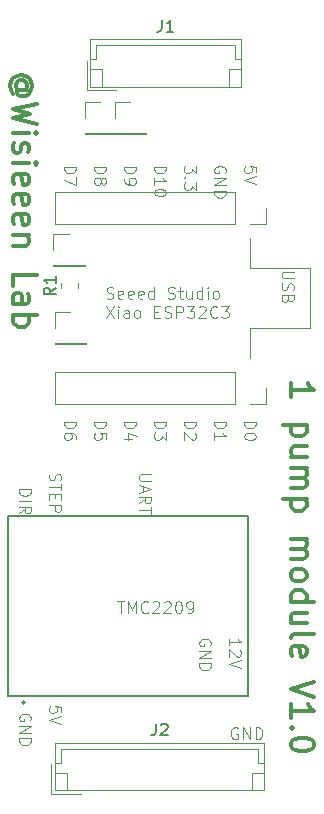
<source format=gbr>
%TF.GenerationSoftware,KiCad,Pcbnew,9.0.0*%
%TF.CreationDate,2025-04-12T21:57:36+03:00*%
%TF.ProjectId,kikad,6b696b61-642e-46b6-9963-61645f706362,rev?*%
%TF.SameCoordinates,Original*%
%TF.FileFunction,Legend,Top*%
%TF.FilePolarity,Positive*%
%FSLAX46Y46*%
G04 Gerber Fmt 4.6, Leading zero omitted, Abs format (unit mm)*
G04 Created by KiCad (PCBNEW 9.0.0) date 2025-04-12 21:57:36*
%MOMM*%
%LPD*%
G01*
G04 APERTURE LIST*
%ADD10C,0.300000*%
%ADD11C,0.100000*%
%ADD12C,0.150000*%
%ADD13C,0.127000*%
%ADD14C,0.200000*%
%ADD15C,0.120000*%
G04 APERTURE END LIST*
D10*
X166312742Y-58611665D02*
X166407980Y-58516427D01*
X166407980Y-58516427D02*
X166503219Y-58325951D01*
X166503219Y-58325951D02*
X166503219Y-58135475D01*
X166503219Y-58135475D02*
X166407980Y-57944999D01*
X166407980Y-57944999D02*
X166312742Y-57849760D01*
X166312742Y-57849760D02*
X166122266Y-57754522D01*
X166122266Y-57754522D02*
X165931790Y-57754522D01*
X165931790Y-57754522D02*
X165741314Y-57849760D01*
X165741314Y-57849760D02*
X165646076Y-57944999D01*
X165646076Y-57944999D02*
X165550838Y-58135475D01*
X165550838Y-58135475D02*
X165550838Y-58325951D01*
X165550838Y-58325951D02*
X165646076Y-58516427D01*
X165646076Y-58516427D02*
X165741314Y-58611665D01*
X166503219Y-58611665D02*
X165741314Y-58611665D01*
X165741314Y-58611665D02*
X165646076Y-58706903D01*
X165646076Y-58706903D02*
X165646076Y-58802141D01*
X165646076Y-58802141D02*
X165741314Y-58992618D01*
X165741314Y-58992618D02*
X165931790Y-59087856D01*
X165931790Y-59087856D02*
X166407980Y-59087856D01*
X166407980Y-59087856D02*
X166693695Y-58897380D01*
X166693695Y-58897380D02*
X166884171Y-58611665D01*
X166884171Y-58611665D02*
X166979409Y-58230713D01*
X166979409Y-58230713D02*
X166884171Y-57849760D01*
X166884171Y-57849760D02*
X166693695Y-57564046D01*
X166693695Y-57564046D02*
X166407980Y-57373570D01*
X166407980Y-57373570D02*
X166027028Y-57278332D01*
X166027028Y-57278332D02*
X165646076Y-57373570D01*
X165646076Y-57373570D02*
X165360361Y-57564046D01*
X165360361Y-57564046D02*
X165169885Y-57849760D01*
X165169885Y-57849760D02*
X165074647Y-58230713D01*
X165074647Y-58230713D02*
X165169885Y-58611665D01*
X165169885Y-58611665D02*
X165360361Y-58897380D01*
X167360361Y-59754523D02*
X165360361Y-60230713D01*
X165360361Y-60230713D02*
X166788933Y-60611666D01*
X166788933Y-60611666D02*
X165360361Y-60992618D01*
X165360361Y-60992618D02*
X167360361Y-61468809D01*
X165360361Y-62230713D02*
X166693695Y-62230713D01*
X167360361Y-62230713D02*
X167265123Y-62135475D01*
X167265123Y-62135475D02*
X167169885Y-62230713D01*
X167169885Y-62230713D02*
X167265123Y-62325951D01*
X167265123Y-62325951D02*
X167360361Y-62230713D01*
X167360361Y-62230713D02*
X167169885Y-62230713D01*
X165455600Y-63087856D02*
X165360361Y-63278332D01*
X165360361Y-63278332D02*
X165360361Y-63659284D01*
X165360361Y-63659284D02*
X165455600Y-63849761D01*
X165455600Y-63849761D02*
X165646076Y-63944999D01*
X165646076Y-63944999D02*
X165741314Y-63944999D01*
X165741314Y-63944999D02*
X165931790Y-63849761D01*
X165931790Y-63849761D02*
X166027028Y-63659284D01*
X166027028Y-63659284D02*
X166027028Y-63373570D01*
X166027028Y-63373570D02*
X166122266Y-63183094D01*
X166122266Y-63183094D02*
X166312742Y-63087856D01*
X166312742Y-63087856D02*
X166407980Y-63087856D01*
X166407980Y-63087856D02*
X166598457Y-63183094D01*
X166598457Y-63183094D02*
X166693695Y-63373570D01*
X166693695Y-63373570D02*
X166693695Y-63659284D01*
X166693695Y-63659284D02*
X166598457Y-63849761D01*
X165360361Y-64802142D02*
X166693695Y-64802142D01*
X167360361Y-64802142D02*
X167265123Y-64706904D01*
X167265123Y-64706904D02*
X167169885Y-64802142D01*
X167169885Y-64802142D02*
X167265123Y-64897380D01*
X167265123Y-64897380D02*
X167360361Y-64802142D01*
X167360361Y-64802142D02*
X167169885Y-64802142D01*
X165455600Y-66516428D02*
X165360361Y-66325952D01*
X165360361Y-66325952D02*
X165360361Y-65944999D01*
X165360361Y-65944999D02*
X165455600Y-65754523D01*
X165455600Y-65754523D02*
X165646076Y-65659285D01*
X165646076Y-65659285D02*
X166407980Y-65659285D01*
X166407980Y-65659285D02*
X166598457Y-65754523D01*
X166598457Y-65754523D02*
X166693695Y-65944999D01*
X166693695Y-65944999D02*
X166693695Y-66325952D01*
X166693695Y-66325952D02*
X166598457Y-66516428D01*
X166598457Y-66516428D02*
X166407980Y-66611666D01*
X166407980Y-66611666D02*
X166217504Y-66611666D01*
X166217504Y-66611666D02*
X166027028Y-65659285D01*
X165455600Y-68230714D02*
X165360361Y-68040238D01*
X165360361Y-68040238D02*
X165360361Y-67659285D01*
X165360361Y-67659285D02*
X165455600Y-67468809D01*
X165455600Y-67468809D02*
X165646076Y-67373571D01*
X165646076Y-67373571D02*
X166407980Y-67373571D01*
X166407980Y-67373571D02*
X166598457Y-67468809D01*
X166598457Y-67468809D02*
X166693695Y-67659285D01*
X166693695Y-67659285D02*
X166693695Y-68040238D01*
X166693695Y-68040238D02*
X166598457Y-68230714D01*
X166598457Y-68230714D02*
X166407980Y-68325952D01*
X166407980Y-68325952D02*
X166217504Y-68325952D01*
X166217504Y-68325952D02*
X166027028Y-67373571D01*
X165455600Y-69945000D02*
X165360361Y-69754524D01*
X165360361Y-69754524D02*
X165360361Y-69373571D01*
X165360361Y-69373571D02*
X165455600Y-69183095D01*
X165455600Y-69183095D02*
X165646076Y-69087857D01*
X165646076Y-69087857D02*
X166407980Y-69087857D01*
X166407980Y-69087857D02*
X166598457Y-69183095D01*
X166598457Y-69183095D02*
X166693695Y-69373571D01*
X166693695Y-69373571D02*
X166693695Y-69754524D01*
X166693695Y-69754524D02*
X166598457Y-69945000D01*
X166598457Y-69945000D02*
X166407980Y-70040238D01*
X166407980Y-70040238D02*
X166217504Y-70040238D01*
X166217504Y-70040238D02*
X166027028Y-69087857D01*
X166693695Y-70897381D02*
X165360361Y-70897381D01*
X166503219Y-70897381D02*
X166598457Y-70992619D01*
X166598457Y-70992619D02*
X166693695Y-71183095D01*
X166693695Y-71183095D02*
X166693695Y-71468810D01*
X166693695Y-71468810D02*
X166598457Y-71659286D01*
X166598457Y-71659286D02*
X166407980Y-71754524D01*
X166407980Y-71754524D02*
X165360361Y-71754524D01*
X165360361Y-75183096D02*
X165360361Y-74230715D01*
X165360361Y-74230715D02*
X167360361Y-74230715D01*
X165360361Y-76706906D02*
X166407980Y-76706906D01*
X166407980Y-76706906D02*
X166598457Y-76611668D01*
X166598457Y-76611668D02*
X166693695Y-76421192D01*
X166693695Y-76421192D02*
X166693695Y-76040239D01*
X166693695Y-76040239D02*
X166598457Y-75849763D01*
X165455600Y-76706906D02*
X165360361Y-76516430D01*
X165360361Y-76516430D02*
X165360361Y-76040239D01*
X165360361Y-76040239D02*
X165455600Y-75849763D01*
X165455600Y-75849763D02*
X165646076Y-75754525D01*
X165646076Y-75754525D02*
X165836552Y-75754525D01*
X165836552Y-75754525D02*
X166027028Y-75849763D01*
X166027028Y-75849763D02*
X166122266Y-76040239D01*
X166122266Y-76040239D02*
X166122266Y-76516430D01*
X166122266Y-76516430D02*
X166217504Y-76706906D01*
X165360361Y-77659287D02*
X167360361Y-77659287D01*
X166598457Y-77659287D02*
X166693695Y-77849763D01*
X166693695Y-77849763D02*
X166693695Y-78230716D01*
X166693695Y-78230716D02*
X166598457Y-78421192D01*
X166598457Y-78421192D02*
X166503219Y-78516430D01*
X166503219Y-78516430D02*
X166312742Y-78611668D01*
X166312742Y-78611668D02*
X165741314Y-78611668D01*
X165741314Y-78611668D02*
X165550838Y-78516430D01*
X165550838Y-78516430D02*
X165455600Y-78421192D01*
X165455600Y-78421192D02*
X165360361Y-78230716D01*
X165360361Y-78230716D02*
X165360361Y-77849763D01*
X165360361Y-77849763D02*
X165455600Y-77659287D01*
D11*
X184342693Y-112585038D02*
X184247455Y-112537419D01*
X184247455Y-112537419D02*
X184104598Y-112537419D01*
X184104598Y-112537419D02*
X183961741Y-112585038D01*
X183961741Y-112585038D02*
X183866503Y-112680276D01*
X183866503Y-112680276D02*
X183818884Y-112775514D01*
X183818884Y-112775514D02*
X183771265Y-112965990D01*
X183771265Y-112965990D02*
X183771265Y-113108847D01*
X183771265Y-113108847D02*
X183818884Y-113299323D01*
X183818884Y-113299323D02*
X183866503Y-113394561D01*
X183866503Y-113394561D02*
X183961741Y-113489800D01*
X183961741Y-113489800D02*
X184104598Y-113537419D01*
X184104598Y-113537419D02*
X184199836Y-113537419D01*
X184199836Y-113537419D02*
X184342693Y-113489800D01*
X184342693Y-113489800D02*
X184390312Y-113442180D01*
X184390312Y-113442180D02*
X184390312Y-113108847D01*
X184390312Y-113108847D02*
X184199836Y-113108847D01*
X184818884Y-113537419D02*
X184818884Y-112537419D01*
X184818884Y-112537419D02*
X185390312Y-113537419D01*
X185390312Y-113537419D02*
X185390312Y-112537419D01*
X185866503Y-113537419D02*
X185866503Y-112537419D01*
X185866503Y-112537419D02*
X186104598Y-112537419D01*
X186104598Y-112537419D02*
X186247455Y-112585038D01*
X186247455Y-112585038D02*
X186342693Y-112680276D01*
X186342693Y-112680276D02*
X186390312Y-112775514D01*
X186390312Y-112775514D02*
X186437931Y-112965990D01*
X186437931Y-112965990D02*
X186437931Y-113108847D01*
X186437931Y-113108847D02*
X186390312Y-113299323D01*
X186390312Y-113299323D02*
X186342693Y-113394561D01*
X186342693Y-113394561D02*
X186247455Y-113489800D01*
X186247455Y-113489800D02*
X186104598Y-113537419D01*
X186104598Y-113537419D02*
X185866503Y-113537419D01*
X177022580Y-91108884D02*
X176213057Y-91108884D01*
X176213057Y-91108884D02*
X176117819Y-91156503D01*
X176117819Y-91156503D02*
X176070200Y-91204122D01*
X176070200Y-91204122D02*
X176022580Y-91299360D01*
X176022580Y-91299360D02*
X176022580Y-91489836D01*
X176022580Y-91489836D02*
X176070200Y-91585074D01*
X176070200Y-91585074D02*
X176117819Y-91632693D01*
X176117819Y-91632693D02*
X176213057Y-91680312D01*
X176213057Y-91680312D02*
X177022580Y-91680312D01*
X176308295Y-92108884D02*
X176308295Y-92585074D01*
X176022580Y-92013646D02*
X177022580Y-92346979D01*
X177022580Y-92346979D02*
X176022580Y-92680312D01*
X176022580Y-93585074D02*
X176498771Y-93251741D01*
X176022580Y-93013646D02*
X177022580Y-93013646D01*
X177022580Y-93013646D02*
X177022580Y-93394598D01*
X177022580Y-93394598D02*
X176974961Y-93489836D01*
X176974961Y-93489836D02*
X176927342Y-93537455D01*
X176927342Y-93537455D02*
X176832104Y-93585074D01*
X176832104Y-93585074D02*
X176689247Y-93585074D01*
X176689247Y-93585074D02*
X176594009Y-93537455D01*
X176594009Y-93537455D02*
X176546390Y-93489836D01*
X176546390Y-93489836D02*
X176498771Y-93394598D01*
X176498771Y-93394598D02*
X176498771Y-93013646D01*
X177022580Y-93870789D02*
X177022580Y-94442217D01*
X176022580Y-94156503D02*
X177022580Y-94156503D01*
X168450200Y-91061265D02*
X168402580Y-91204122D01*
X168402580Y-91204122D02*
X168402580Y-91442217D01*
X168402580Y-91442217D02*
X168450200Y-91537455D01*
X168450200Y-91537455D02*
X168497819Y-91585074D01*
X168497819Y-91585074D02*
X168593057Y-91632693D01*
X168593057Y-91632693D02*
X168688295Y-91632693D01*
X168688295Y-91632693D02*
X168783533Y-91585074D01*
X168783533Y-91585074D02*
X168831152Y-91537455D01*
X168831152Y-91537455D02*
X168878771Y-91442217D01*
X168878771Y-91442217D02*
X168926390Y-91251741D01*
X168926390Y-91251741D02*
X168974009Y-91156503D01*
X168974009Y-91156503D02*
X169021628Y-91108884D01*
X169021628Y-91108884D02*
X169116866Y-91061265D01*
X169116866Y-91061265D02*
X169212104Y-91061265D01*
X169212104Y-91061265D02*
X169307342Y-91108884D01*
X169307342Y-91108884D02*
X169354961Y-91156503D01*
X169354961Y-91156503D02*
X169402580Y-91251741D01*
X169402580Y-91251741D02*
X169402580Y-91489836D01*
X169402580Y-91489836D02*
X169354961Y-91632693D01*
X169402580Y-91918408D02*
X169402580Y-92489836D01*
X168402580Y-92204122D02*
X169402580Y-92204122D01*
X168926390Y-92823170D02*
X168926390Y-93156503D01*
X168402580Y-93299360D02*
X168402580Y-92823170D01*
X168402580Y-92823170D02*
X169402580Y-92823170D01*
X169402580Y-92823170D02*
X169402580Y-93299360D01*
X168402580Y-93727932D02*
X169402580Y-93727932D01*
X169402580Y-93727932D02*
X169402580Y-94108884D01*
X169402580Y-94108884D02*
X169354961Y-94204122D01*
X169354961Y-94204122D02*
X169307342Y-94251741D01*
X169307342Y-94251741D02*
X169212104Y-94299360D01*
X169212104Y-94299360D02*
X169069247Y-94299360D01*
X169069247Y-94299360D02*
X168974009Y-94251741D01*
X168974009Y-94251741D02*
X168926390Y-94204122D01*
X168926390Y-94204122D02*
X168878771Y-94108884D01*
X168878771Y-94108884D02*
X168878771Y-93727932D01*
X182054961Y-105602693D02*
X182102580Y-105507455D01*
X182102580Y-105507455D02*
X182102580Y-105364598D01*
X182102580Y-105364598D02*
X182054961Y-105221741D01*
X182054961Y-105221741D02*
X181959723Y-105126503D01*
X181959723Y-105126503D02*
X181864485Y-105078884D01*
X181864485Y-105078884D02*
X181674009Y-105031265D01*
X181674009Y-105031265D02*
X181531152Y-105031265D01*
X181531152Y-105031265D02*
X181340676Y-105078884D01*
X181340676Y-105078884D02*
X181245438Y-105126503D01*
X181245438Y-105126503D02*
X181150200Y-105221741D01*
X181150200Y-105221741D02*
X181102580Y-105364598D01*
X181102580Y-105364598D02*
X181102580Y-105459836D01*
X181102580Y-105459836D02*
X181150200Y-105602693D01*
X181150200Y-105602693D02*
X181197819Y-105650312D01*
X181197819Y-105650312D02*
X181531152Y-105650312D01*
X181531152Y-105650312D02*
X181531152Y-105459836D01*
X181102580Y-106078884D02*
X182102580Y-106078884D01*
X182102580Y-106078884D02*
X181102580Y-106650312D01*
X181102580Y-106650312D02*
X182102580Y-106650312D01*
X181102580Y-107126503D02*
X182102580Y-107126503D01*
X182102580Y-107126503D02*
X182102580Y-107364598D01*
X182102580Y-107364598D02*
X182054961Y-107507455D01*
X182054961Y-107507455D02*
X181959723Y-107602693D01*
X181959723Y-107602693D02*
X181864485Y-107650312D01*
X181864485Y-107650312D02*
X181674009Y-107697931D01*
X181674009Y-107697931D02*
X181531152Y-107697931D01*
X181531152Y-107697931D02*
X181340676Y-107650312D01*
X181340676Y-107650312D02*
X181245438Y-107602693D01*
X181245438Y-107602693D02*
X181150200Y-107507455D01*
X181150200Y-107507455D02*
X181102580Y-107364598D01*
X181102580Y-107364598D02*
X181102580Y-107126503D01*
X169402580Y-111270074D02*
X169402580Y-110793884D01*
X169402580Y-110793884D02*
X168926390Y-110746265D01*
X168926390Y-110746265D02*
X168974009Y-110793884D01*
X168974009Y-110793884D02*
X169021628Y-110889122D01*
X169021628Y-110889122D02*
X169021628Y-111127217D01*
X169021628Y-111127217D02*
X168974009Y-111222455D01*
X168974009Y-111222455D02*
X168926390Y-111270074D01*
X168926390Y-111270074D02*
X168831152Y-111317693D01*
X168831152Y-111317693D02*
X168593057Y-111317693D01*
X168593057Y-111317693D02*
X168497819Y-111270074D01*
X168497819Y-111270074D02*
X168450200Y-111222455D01*
X168450200Y-111222455D02*
X168402580Y-111127217D01*
X168402580Y-111127217D02*
X168402580Y-110889122D01*
X168402580Y-110889122D02*
X168450200Y-110793884D01*
X168450200Y-110793884D02*
X168497819Y-110746265D01*
X169402580Y-111603408D02*
X168402580Y-111936741D01*
X168402580Y-111936741D02*
X169402580Y-112270074D01*
X183642580Y-105602693D02*
X183642580Y-105031265D01*
X183642580Y-105316979D02*
X184642580Y-105316979D01*
X184642580Y-105316979D02*
X184499723Y-105221741D01*
X184499723Y-105221741D02*
X184404485Y-105126503D01*
X184404485Y-105126503D02*
X184356866Y-105031265D01*
X184547342Y-105983646D02*
X184594961Y-106031265D01*
X184594961Y-106031265D02*
X184642580Y-106126503D01*
X184642580Y-106126503D02*
X184642580Y-106364598D01*
X184642580Y-106364598D02*
X184594961Y-106459836D01*
X184594961Y-106459836D02*
X184547342Y-106507455D01*
X184547342Y-106507455D02*
X184452104Y-106555074D01*
X184452104Y-106555074D02*
X184356866Y-106555074D01*
X184356866Y-106555074D02*
X184214009Y-106507455D01*
X184214009Y-106507455D02*
X183642580Y-105936027D01*
X183642580Y-105936027D02*
X183642580Y-106555074D01*
X184642580Y-106840789D02*
X183642580Y-107174122D01*
X183642580Y-107174122D02*
X184642580Y-107507455D01*
X165862580Y-92378884D02*
X166862580Y-92378884D01*
X166862580Y-92378884D02*
X166862580Y-92616979D01*
X166862580Y-92616979D02*
X166814961Y-92759836D01*
X166814961Y-92759836D02*
X166719723Y-92855074D01*
X166719723Y-92855074D02*
X166624485Y-92902693D01*
X166624485Y-92902693D02*
X166434009Y-92950312D01*
X166434009Y-92950312D02*
X166291152Y-92950312D01*
X166291152Y-92950312D02*
X166100676Y-92902693D01*
X166100676Y-92902693D02*
X166005438Y-92855074D01*
X166005438Y-92855074D02*
X165910200Y-92759836D01*
X165910200Y-92759836D02*
X165862580Y-92616979D01*
X165862580Y-92616979D02*
X165862580Y-92378884D01*
X165862580Y-93378884D02*
X166862580Y-93378884D01*
X165862580Y-94426502D02*
X166338771Y-94093169D01*
X165862580Y-93855074D02*
X166862580Y-93855074D01*
X166862580Y-93855074D02*
X166862580Y-94236026D01*
X166862580Y-94236026D02*
X166814961Y-94331264D01*
X166814961Y-94331264D02*
X166767342Y-94378883D01*
X166767342Y-94378883D02*
X166672104Y-94426502D01*
X166672104Y-94426502D02*
X166529247Y-94426502D01*
X166529247Y-94426502D02*
X166434009Y-94378883D01*
X166434009Y-94378883D02*
X166386390Y-94331264D01*
X166386390Y-94331264D02*
X166338771Y-94236026D01*
X166338771Y-94236026D02*
X166338771Y-93855074D01*
X166814961Y-111952693D02*
X166862580Y-111857455D01*
X166862580Y-111857455D02*
X166862580Y-111714598D01*
X166862580Y-111714598D02*
X166814961Y-111571741D01*
X166814961Y-111571741D02*
X166719723Y-111476503D01*
X166719723Y-111476503D02*
X166624485Y-111428884D01*
X166624485Y-111428884D02*
X166434009Y-111381265D01*
X166434009Y-111381265D02*
X166291152Y-111381265D01*
X166291152Y-111381265D02*
X166100676Y-111428884D01*
X166100676Y-111428884D02*
X166005438Y-111476503D01*
X166005438Y-111476503D02*
X165910200Y-111571741D01*
X165910200Y-111571741D02*
X165862580Y-111714598D01*
X165862580Y-111714598D02*
X165862580Y-111809836D01*
X165862580Y-111809836D02*
X165910200Y-111952693D01*
X165910200Y-111952693D02*
X165957819Y-112000312D01*
X165957819Y-112000312D02*
X166291152Y-112000312D01*
X166291152Y-112000312D02*
X166291152Y-111809836D01*
X165862580Y-112428884D02*
X166862580Y-112428884D01*
X166862580Y-112428884D02*
X165862580Y-113000312D01*
X165862580Y-113000312D02*
X166862580Y-113000312D01*
X165862580Y-113476503D02*
X166862580Y-113476503D01*
X166862580Y-113476503D02*
X166862580Y-113714598D01*
X166862580Y-113714598D02*
X166814961Y-113857455D01*
X166814961Y-113857455D02*
X166719723Y-113952693D01*
X166719723Y-113952693D02*
X166624485Y-114000312D01*
X166624485Y-114000312D02*
X166434009Y-114047931D01*
X166434009Y-114047931D02*
X166291152Y-114047931D01*
X166291152Y-114047931D02*
X166100676Y-114000312D01*
X166100676Y-114000312D02*
X166005438Y-113952693D01*
X166005438Y-113952693D02*
X165910200Y-113857455D01*
X165910200Y-113857455D02*
X165862580Y-113714598D01*
X165862580Y-113714598D02*
X165862580Y-113476503D01*
D10*
X188855361Y-84571426D02*
X188855361Y-83428569D01*
X188855361Y-83999997D02*
X190855361Y-83999997D01*
X190855361Y-83999997D02*
X190569647Y-83809521D01*
X190569647Y-83809521D02*
X190379171Y-83619045D01*
X190379171Y-83619045D02*
X190283933Y-83428569D01*
X190188695Y-86952379D02*
X188188695Y-86952379D01*
X190093457Y-86952379D02*
X190188695Y-87142855D01*
X190188695Y-87142855D02*
X190188695Y-87523808D01*
X190188695Y-87523808D02*
X190093457Y-87714284D01*
X190093457Y-87714284D02*
X189998219Y-87809522D01*
X189998219Y-87809522D02*
X189807742Y-87904760D01*
X189807742Y-87904760D02*
X189236314Y-87904760D01*
X189236314Y-87904760D02*
X189045838Y-87809522D01*
X189045838Y-87809522D02*
X188950600Y-87714284D01*
X188950600Y-87714284D02*
X188855361Y-87523808D01*
X188855361Y-87523808D02*
X188855361Y-87142855D01*
X188855361Y-87142855D02*
X188950600Y-86952379D01*
X190188695Y-89619046D02*
X188855361Y-89619046D01*
X190188695Y-88761903D02*
X189141076Y-88761903D01*
X189141076Y-88761903D02*
X188950600Y-88857141D01*
X188950600Y-88857141D02*
X188855361Y-89047617D01*
X188855361Y-89047617D02*
X188855361Y-89333332D01*
X188855361Y-89333332D02*
X188950600Y-89523808D01*
X188950600Y-89523808D02*
X189045838Y-89619046D01*
X188855361Y-90571427D02*
X190188695Y-90571427D01*
X189998219Y-90571427D02*
X190093457Y-90666665D01*
X190093457Y-90666665D02*
X190188695Y-90857141D01*
X190188695Y-90857141D02*
X190188695Y-91142856D01*
X190188695Y-91142856D02*
X190093457Y-91333332D01*
X190093457Y-91333332D02*
X189902980Y-91428570D01*
X189902980Y-91428570D02*
X188855361Y-91428570D01*
X189902980Y-91428570D02*
X190093457Y-91523808D01*
X190093457Y-91523808D02*
X190188695Y-91714284D01*
X190188695Y-91714284D02*
X190188695Y-91999998D01*
X190188695Y-91999998D02*
X190093457Y-92190475D01*
X190093457Y-92190475D02*
X189902980Y-92285713D01*
X189902980Y-92285713D02*
X188855361Y-92285713D01*
X190188695Y-93238094D02*
X188188695Y-93238094D01*
X190093457Y-93238094D02*
X190188695Y-93428570D01*
X190188695Y-93428570D02*
X190188695Y-93809523D01*
X190188695Y-93809523D02*
X190093457Y-93999999D01*
X190093457Y-93999999D02*
X189998219Y-94095237D01*
X189998219Y-94095237D02*
X189807742Y-94190475D01*
X189807742Y-94190475D02*
X189236314Y-94190475D01*
X189236314Y-94190475D02*
X189045838Y-94095237D01*
X189045838Y-94095237D02*
X188950600Y-93999999D01*
X188950600Y-93999999D02*
X188855361Y-93809523D01*
X188855361Y-93809523D02*
X188855361Y-93428570D01*
X188855361Y-93428570D02*
X188950600Y-93238094D01*
X188855361Y-96571428D02*
X190188695Y-96571428D01*
X189998219Y-96571428D02*
X190093457Y-96666666D01*
X190093457Y-96666666D02*
X190188695Y-96857142D01*
X190188695Y-96857142D02*
X190188695Y-97142857D01*
X190188695Y-97142857D02*
X190093457Y-97333333D01*
X190093457Y-97333333D02*
X189902980Y-97428571D01*
X189902980Y-97428571D02*
X188855361Y-97428571D01*
X189902980Y-97428571D02*
X190093457Y-97523809D01*
X190093457Y-97523809D02*
X190188695Y-97714285D01*
X190188695Y-97714285D02*
X190188695Y-97999999D01*
X190188695Y-97999999D02*
X190093457Y-98190476D01*
X190093457Y-98190476D02*
X189902980Y-98285714D01*
X189902980Y-98285714D02*
X188855361Y-98285714D01*
X188855361Y-99523809D02*
X188950600Y-99333333D01*
X188950600Y-99333333D02*
X189045838Y-99238095D01*
X189045838Y-99238095D02*
X189236314Y-99142857D01*
X189236314Y-99142857D02*
X189807742Y-99142857D01*
X189807742Y-99142857D02*
X189998219Y-99238095D01*
X189998219Y-99238095D02*
X190093457Y-99333333D01*
X190093457Y-99333333D02*
X190188695Y-99523809D01*
X190188695Y-99523809D02*
X190188695Y-99809524D01*
X190188695Y-99809524D02*
X190093457Y-100000000D01*
X190093457Y-100000000D02*
X189998219Y-100095238D01*
X189998219Y-100095238D02*
X189807742Y-100190476D01*
X189807742Y-100190476D02*
X189236314Y-100190476D01*
X189236314Y-100190476D02*
X189045838Y-100095238D01*
X189045838Y-100095238D02*
X188950600Y-100000000D01*
X188950600Y-100000000D02*
X188855361Y-99809524D01*
X188855361Y-99809524D02*
X188855361Y-99523809D01*
X188855361Y-101904762D02*
X190855361Y-101904762D01*
X188950600Y-101904762D02*
X188855361Y-101714286D01*
X188855361Y-101714286D02*
X188855361Y-101333333D01*
X188855361Y-101333333D02*
X188950600Y-101142857D01*
X188950600Y-101142857D02*
X189045838Y-101047619D01*
X189045838Y-101047619D02*
X189236314Y-100952381D01*
X189236314Y-100952381D02*
X189807742Y-100952381D01*
X189807742Y-100952381D02*
X189998219Y-101047619D01*
X189998219Y-101047619D02*
X190093457Y-101142857D01*
X190093457Y-101142857D02*
X190188695Y-101333333D01*
X190188695Y-101333333D02*
X190188695Y-101714286D01*
X190188695Y-101714286D02*
X190093457Y-101904762D01*
X190188695Y-103714286D02*
X188855361Y-103714286D01*
X190188695Y-102857143D02*
X189141076Y-102857143D01*
X189141076Y-102857143D02*
X188950600Y-102952381D01*
X188950600Y-102952381D02*
X188855361Y-103142857D01*
X188855361Y-103142857D02*
X188855361Y-103428572D01*
X188855361Y-103428572D02*
X188950600Y-103619048D01*
X188950600Y-103619048D02*
X189045838Y-103714286D01*
X188855361Y-104952381D02*
X188950600Y-104761905D01*
X188950600Y-104761905D02*
X189141076Y-104666667D01*
X189141076Y-104666667D02*
X190855361Y-104666667D01*
X188950600Y-106476191D02*
X188855361Y-106285715D01*
X188855361Y-106285715D02*
X188855361Y-105904762D01*
X188855361Y-105904762D02*
X188950600Y-105714286D01*
X188950600Y-105714286D02*
X189141076Y-105619048D01*
X189141076Y-105619048D02*
X189902980Y-105619048D01*
X189902980Y-105619048D02*
X190093457Y-105714286D01*
X190093457Y-105714286D02*
X190188695Y-105904762D01*
X190188695Y-105904762D02*
X190188695Y-106285715D01*
X190188695Y-106285715D02*
X190093457Y-106476191D01*
X190093457Y-106476191D02*
X189902980Y-106571429D01*
X189902980Y-106571429D02*
X189712504Y-106571429D01*
X189712504Y-106571429D02*
X189522028Y-105619048D01*
X190855361Y-108666668D02*
X188855361Y-109333334D01*
X188855361Y-109333334D02*
X190855361Y-110000001D01*
X188855361Y-111714287D02*
X188855361Y-110571430D01*
X188855361Y-111142858D02*
X190855361Y-111142858D01*
X190855361Y-111142858D02*
X190569647Y-110952382D01*
X190569647Y-110952382D02*
X190379171Y-110761906D01*
X190379171Y-110761906D02*
X190283933Y-110571430D01*
X189045838Y-112571430D02*
X188950600Y-112666668D01*
X188950600Y-112666668D02*
X188855361Y-112571430D01*
X188855361Y-112571430D02*
X188950600Y-112476192D01*
X188950600Y-112476192D02*
X189045838Y-112571430D01*
X189045838Y-112571430D02*
X188855361Y-112571430D01*
X190855361Y-113904763D02*
X190855361Y-114095240D01*
X190855361Y-114095240D02*
X190760123Y-114285716D01*
X190760123Y-114285716D02*
X190664885Y-114380954D01*
X190664885Y-114380954D02*
X190474409Y-114476192D01*
X190474409Y-114476192D02*
X190093457Y-114571430D01*
X190093457Y-114571430D02*
X189617266Y-114571430D01*
X189617266Y-114571430D02*
X189236314Y-114476192D01*
X189236314Y-114476192D02*
X189045838Y-114380954D01*
X189045838Y-114380954D02*
X188950600Y-114285716D01*
X188950600Y-114285716D02*
X188855361Y-114095240D01*
X188855361Y-114095240D02*
X188855361Y-113904763D01*
X188855361Y-113904763D02*
X188950600Y-113714287D01*
X188950600Y-113714287D02*
X189045838Y-113619049D01*
X189045838Y-113619049D02*
X189236314Y-113523811D01*
X189236314Y-113523811D02*
X189617266Y-113428573D01*
X189617266Y-113428573D02*
X190093457Y-113428573D01*
X190093457Y-113428573D02*
X190474409Y-113523811D01*
X190474409Y-113523811D02*
X190664885Y-113619049D01*
X190664885Y-113619049D02*
X190760123Y-113714287D01*
X190760123Y-113714287D02*
X190855361Y-113904763D01*
D11*
X173256265Y-76214856D02*
X173399122Y-76262475D01*
X173399122Y-76262475D02*
X173637217Y-76262475D01*
X173637217Y-76262475D02*
X173732455Y-76214856D01*
X173732455Y-76214856D02*
X173780074Y-76167236D01*
X173780074Y-76167236D02*
X173827693Y-76071998D01*
X173827693Y-76071998D02*
X173827693Y-75976760D01*
X173827693Y-75976760D02*
X173780074Y-75881522D01*
X173780074Y-75881522D02*
X173732455Y-75833903D01*
X173732455Y-75833903D02*
X173637217Y-75786284D01*
X173637217Y-75786284D02*
X173446741Y-75738665D01*
X173446741Y-75738665D02*
X173351503Y-75691046D01*
X173351503Y-75691046D02*
X173303884Y-75643427D01*
X173303884Y-75643427D02*
X173256265Y-75548189D01*
X173256265Y-75548189D02*
X173256265Y-75452951D01*
X173256265Y-75452951D02*
X173303884Y-75357713D01*
X173303884Y-75357713D02*
X173351503Y-75310094D01*
X173351503Y-75310094D02*
X173446741Y-75262475D01*
X173446741Y-75262475D02*
X173684836Y-75262475D01*
X173684836Y-75262475D02*
X173827693Y-75310094D01*
X174637217Y-76214856D02*
X174541979Y-76262475D01*
X174541979Y-76262475D02*
X174351503Y-76262475D01*
X174351503Y-76262475D02*
X174256265Y-76214856D01*
X174256265Y-76214856D02*
X174208646Y-76119617D01*
X174208646Y-76119617D02*
X174208646Y-75738665D01*
X174208646Y-75738665D02*
X174256265Y-75643427D01*
X174256265Y-75643427D02*
X174351503Y-75595808D01*
X174351503Y-75595808D02*
X174541979Y-75595808D01*
X174541979Y-75595808D02*
X174637217Y-75643427D01*
X174637217Y-75643427D02*
X174684836Y-75738665D01*
X174684836Y-75738665D02*
X174684836Y-75833903D01*
X174684836Y-75833903D02*
X174208646Y-75929141D01*
X175494360Y-76214856D02*
X175399122Y-76262475D01*
X175399122Y-76262475D02*
X175208646Y-76262475D01*
X175208646Y-76262475D02*
X175113408Y-76214856D01*
X175113408Y-76214856D02*
X175065789Y-76119617D01*
X175065789Y-76119617D02*
X175065789Y-75738665D01*
X175065789Y-75738665D02*
X175113408Y-75643427D01*
X175113408Y-75643427D02*
X175208646Y-75595808D01*
X175208646Y-75595808D02*
X175399122Y-75595808D01*
X175399122Y-75595808D02*
X175494360Y-75643427D01*
X175494360Y-75643427D02*
X175541979Y-75738665D01*
X175541979Y-75738665D02*
X175541979Y-75833903D01*
X175541979Y-75833903D02*
X175065789Y-75929141D01*
X176351503Y-76214856D02*
X176256265Y-76262475D01*
X176256265Y-76262475D02*
X176065789Y-76262475D01*
X176065789Y-76262475D02*
X175970551Y-76214856D01*
X175970551Y-76214856D02*
X175922932Y-76119617D01*
X175922932Y-76119617D02*
X175922932Y-75738665D01*
X175922932Y-75738665D02*
X175970551Y-75643427D01*
X175970551Y-75643427D02*
X176065789Y-75595808D01*
X176065789Y-75595808D02*
X176256265Y-75595808D01*
X176256265Y-75595808D02*
X176351503Y-75643427D01*
X176351503Y-75643427D02*
X176399122Y-75738665D01*
X176399122Y-75738665D02*
X176399122Y-75833903D01*
X176399122Y-75833903D02*
X175922932Y-75929141D01*
X177256265Y-76262475D02*
X177256265Y-75262475D01*
X177256265Y-76214856D02*
X177161027Y-76262475D01*
X177161027Y-76262475D02*
X176970551Y-76262475D01*
X176970551Y-76262475D02*
X176875313Y-76214856D01*
X176875313Y-76214856D02*
X176827694Y-76167236D01*
X176827694Y-76167236D02*
X176780075Y-76071998D01*
X176780075Y-76071998D02*
X176780075Y-75786284D01*
X176780075Y-75786284D02*
X176827694Y-75691046D01*
X176827694Y-75691046D02*
X176875313Y-75643427D01*
X176875313Y-75643427D02*
X176970551Y-75595808D01*
X176970551Y-75595808D02*
X177161027Y-75595808D01*
X177161027Y-75595808D02*
X177256265Y-75643427D01*
X178446742Y-76214856D02*
X178589599Y-76262475D01*
X178589599Y-76262475D02*
X178827694Y-76262475D01*
X178827694Y-76262475D02*
X178922932Y-76214856D01*
X178922932Y-76214856D02*
X178970551Y-76167236D01*
X178970551Y-76167236D02*
X179018170Y-76071998D01*
X179018170Y-76071998D02*
X179018170Y-75976760D01*
X179018170Y-75976760D02*
X178970551Y-75881522D01*
X178970551Y-75881522D02*
X178922932Y-75833903D01*
X178922932Y-75833903D02*
X178827694Y-75786284D01*
X178827694Y-75786284D02*
X178637218Y-75738665D01*
X178637218Y-75738665D02*
X178541980Y-75691046D01*
X178541980Y-75691046D02*
X178494361Y-75643427D01*
X178494361Y-75643427D02*
X178446742Y-75548189D01*
X178446742Y-75548189D02*
X178446742Y-75452951D01*
X178446742Y-75452951D02*
X178494361Y-75357713D01*
X178494361Y-75357713D02*
X178541980Y-75310094D01*
X178541980Y-75310094D02*
X178637218Y-75262475D01*
X178637218Y-75262475D02*
X178875313Y-75262475D01*
X178875313Y-75262475D02*
X179018170Y-75310094D01*
X179303885Y-75595808D02*
X179684837Y-75595808D01*
X179446742Y-75262475D02*
X179446742Y-76119617D01*
X179446742Y-76119617D02*
X179494361Y-76214856D01*
X179494361Y-76214856D02*
X179589599Y-76262475D01*
X179589599Y-76262475D02*
X179684837Y-76262475D01*
X180446742Y-75595808D02*
X180446742Y-76262475D01*
X180018171Y-75595808D02*
X180018171Y-76119617D01*
X180018171Y-76119617D02*
X180065790Y-76214856D01*
X180065790Y-76214856D02*
X180161028Y-76262475D01*
X180161028Y-76262475D02*
X180303885Y-76262475D01*
X180303885Y-76262475D02*
X180399123Y-76214856D01*
X180399123Y-76214856D02*
X180446742Y-76167236D01*
X181351504Y-76262475D02*
X181351504Y-75262475D01*
X181351504Y-76214856D02*
X181256266Y-76262475D01*
X181256266Y-76262475D02*
X181065790Y-76262475D01*
X181065790Y-76262475D02*
X180970552Y-76214856D01*
X180970552Y-76214856D02*
X180922933Y-76167236D01*
X180922933Y-76167236D02*
X180875314Y-76071998D01*
X180875314Y-76071998D02*
X180875314Y-75786284D01*
X180875314Y-75786284D02*
X180922933Y-75691046D01*
X180922933Y-75691046D02*
X180970552Y-75643427D01*
X180970552Y-75643427D02*
X181065790Y-75595808D01*
X181065790Y-75595808D02*
X181256266Y-75595808D01*
X181256266Y-75595808D02*
X181351504Y-75643427D01*
X181827695Y-76262475D02*
X181827695Y-75595808D01*
X181827695Y-75262475D02*
X181780076Y-75310094D01*
X181780076Y-75310094D02*
X181827695Y-75357713D01*
X181827695Y-75357713D02*
X181875314Y-75310094D01*
X181875314Y-75310094D02*
X181827695Y-75262475D01*
X181827695Y-75262475D02*
X181827695Y-75357713D01*
X182446742Y-76262475D02*
X182351504Y-76214856D01*
X182351504Y-76214856D02*
X182303885Y-76167236D01*
X182303885Y-76167236D02*
X182256266Y-76071998D01*
X182256266Y-76071998D02*
X182256266Y-75786284D01*
X182256266Y-75786284D02*
X182303885Y-75691046D01*
X182303885Y-75691046D02*
X182351504Y-75643427D01*
X182351504Y-75643427D02*
X182446742Y-75595808D01*
X182446742Y-75595808D02*
X182589599Y-75595808D01*
X182589599Y-75595808D02*
X182684837Y-75643427D01*
X182684837Y-75643427D02*
X182732456Y-75691046D01*
X182732456Y-75691046D02*
X182780075Y-75786284D01*
X182780075Y-75786284D02*
X182780075Y-76071998D01*
X182780075Y-76071998D02*
X182732456Y-76167236D01*
X182732456Y-76167236D02*
X182684837Y-76214856D01*
X182684837Y-76214856D02*
X182589599Y-76262475D01*
X182589599Y-76262475D02*
X182446742Y-76262475D01*
X173208646Y-76872419D02*
X173875312Y-77872419D01*
X173875312Y-76872419D02*
X173208646Y-77872419D01*
X174256265Y-77872419D02*
X174256265Y-77205752D01*
X174256265Y-76872419D02*
X174208646Y-76920038D01*
X174208646Y-76920038D02*
X174256265Y-76967657D01*
X174256265Y-76967657D02*
X174303884Y-76920038D01*
X174303884Y-76920038D02*
X174256265Y-76872419D01*
X174256265Y-76872419D02*
X174256265Y-76967657D01*
X175161026Y-77872419D02*
X175161026Y-77348609D01*
X175161026Y-77348609D02*
X175113407Y-77253371D01*
X175113407Y-77253371D02*
X175018169Y-77205752D01*
X175018169Y-77205752D02*
X174827693Y-77205752D01*
X174827693Y-77205752D02*
X174732455Y-77253371D01*
X175161026Y-77824800D02*
X175065788Y-77872419D01*
X175065788Y-77872419D02*
X174827693Y-77872419D01*
X174827693Y-77872419D02*
X174732455Y-77824800D01*
X174732455Y-77824800D02*
X174684836Y-77729561D01*
X174684836Y-77729561D02*
X174684836Y-77634323D01*
X174684836Y-77634323D02*
X174732455Y-77539085D01*
X174732455Y-77539085D02*
X174827693Y-77491466D01*
X174827693Y-77491466D02*
X175065788Y-77491466D01*
X175065788Y-77491466D02*
X175161026Y-77443847D01*
X175780074Y-77872419D02*
X175684836Y-77824800D01*
X175684836Y-77824800D02*
X175637217Y-77777180D01*
X175637217Y-77777180D02*
X175589598Y-77681942D01*
X175589598Y-77681942D02*
X175589598Y-77396228D01*
X175589598Y-77396228D02*
X175637217Y-77300990D01*
X175637217Y-77300990D02*
X175684836Y-77253371D01*
X175684836Y-77253371D02*
X175780074Y-77205752D01*
X175780074Y-77205752D02*
X175922931Y-77205752D01*
X175922931Y-77205752D02*
X176018169Y-77253371D01*
X176018169Y-77253371D02*
X176065788Y-77300990D01*
X176065788Y-77300990D02*
X176113407Y-77396228D01*
X176113407Y-77396228D02*
X176113407Y-77681942D01*
X176113407Y-77681942D02*
X176065788Y-77777180D01*
X176065788Y-77777180D02*
X176018169Y-77824800D01*
X176018169Y-77824800D02*
X175922931Y-77872419D01*
X175922931Y-77872419D02*
X175780074Y-77872419D01*
X177303884Y-77348609D02*
X177637217Y-77348609D01*
X177780074Y-77872419D02*
X177303884Y-77872419D01*
X177303884Y-77872419D02*
X177303884Y-76872419D01*
X177303884Y-76872419D02*
X177780074Y-76872419D01*
X178161027Y-77824800D02*
X178303884Y-77872419D01*
X178303884Y-77872419D02*
X178541979Y-77872419D01*
X178541979Y-77872419D02*
X178637217Y-77824800D01*
X178637217Y-77824800D02*
X178684836Y-77777180D01*
X178684836Y-77777180D02*
X178732455Y-77681942D01*
X178732455Y-77681942D02*
X178732455Y-77586704D01*
X178732455Y-77586704D02*
X178684836Y-77491466D01*
X178684836Y-77491466D02*
X178637217Y-77443847D01*
X178637217Y-77443847D02*
X178541979Y-77396228D01*
X178541979Y-77396228D02*
X178351503Y-77348609D01*
X178351503Y-77348609D02*
X178256265Y-77300990D01*
X178256265Y-77300990D02*
X178208646Y-77253371D01*
X178208646Y-77253371D02*
X178161027Y-77158133D01*
X178161027Y-77158133D02*
X178161027Y-77062895D01*
X178161027Y-77062895D02*
X178208646Y-76967657D01*
X178208646Y-76967657D02*
X178256265Y-76920038D01*
X178256265Y-76920038D02*
X178351503Y-76872419D01*
X178351503Y-76872419D02*
X178589598Y-76872419D01*
X178589598Y-76872419D02*
X178732455Y-76920038D01*
X179161027Y-77872419D02*
X179161027Y-76872419D01*
X179161027Y-76872419D02*
X179541979Y-76872419D01*
X179541979Y-76872419D02*
X179637217Y-76920038D01*
X179637217Y-76920038D02*
X179684836Y-76967657D01*
X179684836Y-76967657D02*
X179732455Y-77062895D01*
X179732455Y-77062895D02*
X179732455Y-77205752D01*
X179732455Y-77205752D02*
X179684836Y-77300990D01*
X179684836Y-77300990D02*
X179637217Y-77348609D01*
X179637217Y-77348609D02*
X179541979Y-77396228D01*
X179541979Y-77396228D02*
X179161027Y-77396228D01*
X180065789Y-76872419D02*
X180684836Y-76872419D01*
X180684836Y-76872419D02*
X180351503Y-77253371D01*
X180351503Y-77253371D02*
X180494360Y-77253371D01*
X180494360Y-77253371D02*
X180589598Y-77300990D01*
X180589598Y-77300990D02*
X180637217Y-77348609D01*
X180637217Y-77348609D02*
X180684836Y-77443847D01*
X180684836Y-77443847D02*
X180684836Y-77681942D01*
X180684836Y-77681942D02*
X180637217Y-77777180D01*
X180637217Y-77777180D02*
X180589598Y-77824800D01*
X180589598Y-77824800D02*
X180494360Y-77872419D01*
X180494360Y-77872419D02*
X180208646Y-77872419D01*
X180208646Y-77872419D02*
X180113408Y-77824800D01*
X180113408Y-77824800D02*
X180065789Y-77777180D01*
X181065789Y-76967657D02*
X181113408Y-76920038D01*
X181113408Y-76920038D02*
X181208646Y-76872419D01*
X181208646Y-76872419D02*
X181446741Y-76872419D01*
X181446741Y-76872419D02*
X181541979Y-76920038D01*
X181541979Y-76920038D02*
X181589598Y-76967657D01*
X181589598Y-76967657D02*
X181637217Y-77062895D01*
X181637217Y-77062895D02*
X181637217Y-77158133D01*
X181637217Y-77158133D02*
X181589598Y-77300990D01*
X181589598Y-77300990D02*
X181018170Y-77872419D01*
X181018170Y-77872419D02*
X181637217Y-77872419D01*
X182637217Y-77777180D02*
X182589598Y-77824800D01*
X182589598Y-77824800D02*
X182446741Y-77872419D01*
X182446741Y-77872419D02*
X182351503Y-77872419D01*
X182351503Y-77872419D02*
X182208646Y-77824800D01*
X182208646Y-77824800D02*
X182113408Y-77729561D01*
X182113408Y-77729561D02*
X182065789Y-77634323D01*
X182065789Y-77634323D02*
X182018170Y-77443847D01*
X182018170Y-77443847D02*
X182018170Y-77300990D01*
X182018170Y-77300990D02*
X182065789Y-77110514D01*
X182065789Y-77110514D02*
X182113408Y-77015276D01*
X182113408Y-77015276D02*
X182208646Y-76920038D01*
X182208646Y-76920038D02*
X182351503Y-76872419D01*
X182351503Y-76872419D02*
X182446741Y-76872419D01*
X182446741Y-76872419D02*
X182589598Y-76920038D01*
X182589598Y-76920038D02*
X182637217Y-76967657D01*
X182970551Y-76872419D02*
X183589598Y-76872419D01*
X183589598Y-76872419D02*
X183256265Y-77253371D01*
X183256265Y-77253371D02*
X183399122Y-77253371D01*
X183399122Y-77253371D02*
X183494360Y-77300990D01*
X183494360Y-77300990D02*
X183541979Y-77348609D01*
X183541979Y-77348609D02*
X183589598Y-77443847D01*
X183589598Y-77443847D02*
X183589598Y-77681942D01*
X183589598Y-77681942D02*
X183541979Y-77777180D01*
X183541979Y-77777180D02*
X183494360Y-77824800D01*
X183494360Y-77824800D02*
X183399122Y-77872419D01*
X183399122Y-77872419D02*
X183113408Y-77872419D01*
X183113408Y-77872419D02*
X183018170Y-77824800D01*
X183018170Y-77824800D02*
X182970551Y-77777180D01*
X174161027Y-101872419D02*
X174732455Y-101872419D01*
X174446741Y-102872419D02*
X174446741Y-101872419D01*
X175065789Y-102872419D02*
X175065789Y-101872419D01*
X175065789Y-101872419D02*
X175399122Y-102586704D01*
X175399122Y-102586704D02*
X175732455Y-101872419D01*
X175732455Y-101872419D02*
X175732455Y-102872419D01*
X176780074Y-102777180D02*
X176732455Y-102824800D01*
X176732455Y-102824800D02*
X176589598Y-102872419D01*
X176589598Y-102872419D02*
X176494360Y-102872419D01*
X176494360Y-102872419D02*
X176351503Y-102824800D01*
X176351503Y-102824800D02*
X176256265Y-102729561D01*
X176256265Y-102729561D02*
X176208646Y-102634323D01*
X176208646Y-102634323D02*
X176161027Y-102443847D01*
X176161027Y-102443847D02*
X176161027Y-102300990D01*
X176161027Y-102300990D02*
X176208646Y-102110514D01*
X176208646Y-102110514D02*
X176256265Y-102015276D01*
X176256265Y-102015276D02*
X176351503Y-101920038D01*
X176351503Y-101920038D02*
X176494360Y-101872419D01*
X176494360Y-101872419D02*
X176589598Y-101872419D01*
X176589598Y-101872419D02*
X176732455Y-101920038D01*
X176732455Y-101920038D02*
X176780074Y-101967657D01*
X177161027Y-101967657D02*
X177208646Y-101920038D01*
X177208646Y-101920038D02*
X177303884Y-101872419D01*
X177303884Y-101872419D02*
X177541979Y-101872419D01*
X177541979Y-101872419D02*
X177637217Y-101920038D01*
X177637217Y-101920038D02*
X177684836Y-101967657D01*
X177684836Y-101967657D02*
X177732455Y-102062895D01*
X177732455Y-102062895D02*
X177732455Y-102158133D01*
X177732455Y-102158133D02*
X177684836Y-102300990D01*
X177684836Y-102300990D02*
X177113408Y-102872419D01*
X177113408Y-102872419D02*
X177732455Y-102872419D01*
X178113408Y-101967657D02*
X178161027Y-101920038D01*
X178161027Y-101920038D02*
X178256265Y-101872419D01*
X178256265Y-101872419D02*
X178494360Y-101872419D01*
X178494360Y-101872419D02*
X178589598Y-101920038D01*
X178589598Y-101920038D02*
X178637217Y-101967657D01*
X178637217Y-101967657D02*
X178684836Y-102062895D01*
X178684836Y-102062895D02*
X178684836Y-102158133D01*
X178684836Y-102158133D02*
X178637217Y-102300990D01*
X178637217Y-102300990D02*
X178065789Y-102872419D01*
X178065789Y-102872419D02*
X178684836Y-102872419D01*
X179303884Y-101872419D02*
X179399122Y-101872419D01*
X179399122Y-101872419D02*
X179494360Y-101920038D01*
X179494360Y-101920038D02*
X179541979Y-101967657D01*
X179541979Y-101967657D02*
X179589598Y-102062895D01*
X179589598Y-102062895D02*
X179637217Y-102253371D01*
X179637217Y-102253371D02*
X179637217Y-102491466D01*
X179637217Y-102491466D02*
X179589598Y-102681942D01*
X179589598Y-102681942D02*
X179541979Y-102777180D01*
X179541979Y-102777180D02*
X179494360Y-102824800D01*
X179494360Y-102824800D02*
X179399122Y-102872419D01*
X179399122Y-102872419D02*
X179303884Y-102872419D01*
X179303884Y-102872419D02*
X179208646Y-102824800D01*
X179208646Y-102824800D02*
X179161027Y-102777180D01*
X179161027Y-102777180D02*
X179113408Y-102681942D01*
X179113408Y-102681942D02*
X179065789Y-102491466D01*
X179065789Y-102491466D02*
X179065789Y-102253371D01*
X179065789Y-102253371D02*
X179113408Y-102062895D01*
X179113408Y-102062895D02*
X179161027Y-101967657D01*
X179161027Y-101967657D02*
X179208646Y-101920038D01*
X179208646Y-101920038D02*
X179303884Y-101872419D01*
X180113408Y-102872419D02*
X180303884Y-102872419D01*
X180303884Y-102872419D02*
X180399122Y-102824800D01*
X180399122Y-102824800D02*
X180446741Y-102777180D01*
X180446741Y-102777180D02*
X180541979Y-102634323D01*
X180541979Y-102634323D02*
X180589598Y-102443847D01*
X180589598Y-102443847D02*
X180589598Y-102062895D01*
X180589598Y-102062895D02*
X180541979Y-101967657D01*
X180541979Y-101967657D02*
X180494360Y-101920038D01*
X180494360Y-101920038D02*
X180399122Y-101872419D01*
X180399122Y-101872419D02*
X180208646Y-101872419D01*
X180208646Y-101872419D02*
X180113408Y-101920038D01*
X180113408Y-101920038D02*
X180065789Y-101967657D01*
X180065789Y-101967657D02*
X180018170Y-102062895D01*
X180018170Y-102062895D02*
X180018170Y-102300990D01*
X180018170Y-102300990D02*
X180065789Y-102396228D01*
X180065789Y-102396228D02*
X180113408Y-102443847D01*
X180113408Y-102443847D02*
X180208646Y-102491466D01*
X180208646Y-102491466D02*
X180399122Y-102491466D01*
X180399122Y-102491466D02*
X180494360Y-102443847D01*
X180494360Y-102443847D02*
X180541979Y-102396228D01*
X180541979Y-102396228D02*
X180589598Y-102300990D01*
D12*
X168938569Y-75319166D02*
X168462378Y-75652499D01*
X168938569Y-75890594D02*
X167938569Y-75890594D01*
X167938569Y-75890594D02*
X167938569Y-75509642D01*
X167938569Y-75509642D02*
X167986188Y-75414404D01*
X167986188Y-75414404D02*
X168033807Y-75366785D01*
X168033807Y-75366785D02*
X168129045Y-75319166D01*
X168129045Y-75319166D02*
X168271902Y-75319166D01*
X168271902Y-75319166D02*
X168367140Y-75366785D01*
X168367140Y-75366785D02*
X168414759Y-75414404D01*
X168414759Y-75414404D02*
X168462378Y-75509642D01*
X168462378Y-75509642D02*
X168462378Y-75890594D01*
X168938569Y-74366785D02*
X168938569Y-74938213D01*
X168938569Y-74652499D02*
X167938569Y-74652499D01*
X167938569Y-74652499D02*
X168081426Y-74747737D01*
X168081426Y-74747737D02*
X168176664Y-74842975D01*
X168176664Y-74842975D02*
X168224283Y-74938213D01*
D11*
X174752580Y-65073884D02*
X175752580Y-65073884D01*
X175752580Y-65073884D02*
X175752580Y-65311979D01*
X175752580Y-65311979D02*
X175704961Y-65454836D01*
X175704961Y-65454836D02*
X175609723Y-65550074D01*
X175609723Y-65550074D02*
X175514485Y-65597693D01*
X175514485Y-65597693D02*
X175324009Y-65645312D01*
X175324009Y-65645312D02*
X175181152Y-65645312D01*
X175181152Y-65645312D02*
X174990676Y-65597693D01*
X174990676Y-65597693D02*
X174895438Y-65550074D01*
X174895438Y-65550074D02*
X174800200Y-65454836D01*
X174800200Y-65454836D02*
X174752580Y-65311979D01*
X174752580Y-65311979D02*
X174752580Y-65073884D01*
X174752580Y-66121503D02*
X174752580Y-66311979D01*
X174752580Y-66311979D02*
X174800200Y-66407217D01*
X174800200Y-66407217D02*
X174847819Y-66454836D01*
X174847819Y-66454836D02*
X174990676Y-66550074D01*
X174990676Y-66550074D02*
X175181152Y-66597693D01*
X175181152Y-66597693D02*
X175562104Y-66597693D01*
X175562104Y-66597693D02*
X175657342Y-66550074D01*
X175657342Y-66550074D02*
X175704961Y-66502455D01*
X175704961Y-66502455D02*
X175752580Y-66407217D01*
X175752580Y-66407217D02*
X175752580Y-66216741D01*
X175752580Y-66216741D02*
X175704961Y-66121503D01*
X175704961Y-66121503D02*
X175657342Y-66073884D01*
X175657342Y-66073884D02*
X175562104Y-66026265D01*
X175562104Y-66026265D02*
X175324009Y-66026265D01*
X175324009Y-66026265D02*
X175228771Y-66073884D01*
X175228771Y-66073884D02*
X175181152Y-66121503D01*
X175181152Y-66121503D02*
X175133533Y-66216741D01*
X175133533Y-66216741D02*
X175133533Y-66407217D01*
X175133533Y-66407217D02*
X175181152Y-66502455D01*
X175181152Y-66502455D02*
X175228771Y-66550074D01*
X175228771Y-66550074D02*
X175324009Y-66597693D01*
X184912580Y-86663884D02*
X185912580Y-86663884D01*
X185912580Y-86663884D02*
X185912580Y-86901979D01*
X185912580Y-86901979D02*
X185864961Y-87044836D01*
X185864961Y-87044836D02*
X185769723Y-87140074D01*
X185769723Y-87140074D02*
X185674485Y-87187693D01*
X185674485Y-87187693D02*
X185484009Y-87235312D01*
X185484009Y-87235312D02*
X185341152Y-87235312D01*
X185341152Y-87235312D02*
X185150676Y-87187693D01*
X185150676Y-87187693D02*
X185055438Y-87140074D01*
X185055438Y-87140074D02*
X184960200Y-87044836D01*
X184960200Y-87044836D02*
X184912580Y-86901979D01*
X184912580Y-86901979D02*
X184912580Y-86663884D01*
X185912580Y-87854360D02*
X185912580Y-87949598D01*
X185912580Y-87949598D02*
X185864961Y-88044836D01*
X185864961Y-88044836D02*
X185817342Y-88092455D01*
X185817342Y-88092455D02*
X185722104Y-88140074D01*
X185722104Y-88140074D02*
X185531628Y-88187693D01*
X185531628Y-88187693D02*
X185293533Y-88187693D01*
X185293533Y-88187693D02*
X185103057Y-88140074D01*
X185103057Y-88140074D02*
X185007819Y-88092455D01*
X185007819Y-88092455D02*
X184960200Y-88044836D01*
X184960200Y-88044836D02*
X184912580Y-87949598D01*
X184912580Y-87949598D02*
X184912580Y-87854360D01*
X184912580Y-87854360D02*
X184960200Y-87759122D01*
X184960200Y-87759122D02*
X185007819Y-87711503D01*
X185007819Y-87711503D02*
X185103057Y-87663884D01*
X185103057Y-87663884D02*
X185293533Y-87616265D01*
X185293533Y-87616265D02*
X185531628Y-87616265D01*
X185531628Y-87616265D02*
X185722104Y-87663884D01*
X185722104Y-87663884D02*
X185817342Y-87711503D01*
X185817342Y-87711503D02*
X185864961Y-87759122D01*
X185864961Y-87759122D02*
X185912580Y-87854360D01*
X183324961Y-65597693D02*
X183372580Y-65502455D01*
X183372580Y-65502455D02*
X183372580Y-65359598D01*
X183372580Y-65359598D02*
X183324961Y-65216741D01*
X183324961Y-65216741D02*
X183229723Y-65121503D01*
X183229723Y-65121503D02*
X183134485Y-65073884D01*
X183134485Y-65073884D02*
X182944009Y-65026265D01*
X182944009Y-65026265D02*
X182801152Y-65026265D01*
X182801152Y-65026265D02*
X182610676Y-65073884D01*
X182610676Y-65073884D02*
X182515438Y-65121503D01*
X182515438Y-65121503D02*
X182420200Y-65216741D01*
X182420200Y-65216741D02*
X182372580Y-65359598D01*
X182372580Y-65359598D02*
X182372580Y-65454836D01*
X182372580Y-65454836D02*
X182420200Y-65597693D01*
X182420200Y-65597693D02*
X182467819Y-65645312D01*
X182467819Y-65645312D02*
X182801152Y-65645312D01*
X182801152Y-65645312D02*
X182801152Y-65454836D01*
X182372580Y-66073884D02*
X183372580Y-66073884D01*
X183372580Y-66073884D02*
X182372580Y-66645312D01*
X182372580Y-66645312D02*
X183372580Y-66645312D01*
X182372580Y-67121503D02*
X183372580Y-67121503D01*
X183372580Y-67121503D02*
X183372580Y-67359598D01*
X183372580Y-67359598D02*
X183324961Y-67502455D01*
X183324961Y-67502455D02*
X183229723Y-67597693D01*
X183229723Y-67597693D02*
X183134485Y-67645312D01*
X183134485Y-67645312D02*
X182944009Y-67692931D01*
X182944009Y-67692931D02*
X182801152Y-67692931D01*
X182801152Y-67692931D02*
X182610676Y-67645312D01*
X182610676Y-67645312D02*
X182515438Y-67597693D01*
X182515438Y-67597693D02*
X182420200Y-67502455D01*
X182420200Y-67502455D02*
X182372580Y-67359598D01*
X182372580Y-67359598D02*
X182372580Y-67121503D01*
X180832580Y-64978646D02*
X180832580Y-65597693D01*
X180832580Y-65597693D02*
X180451628Y-65264360D01*
X180451628Y-65264360D02*
X180451628Y-65407217D01*
X180451628Y-65407217D02*
X180404009Y-65502455D01*
X180404009Y-65502455D02*
X180356390Y-65550074D01*
X180356390Y-65550074D02*
X180261152Y-65597693D01*
X180261152Y-65597693D02*
X180023057Y-65597693D01*
X180023057Y-65597693D02*
X179927819Y-65550074D01*
X179927819Y-65550074D02*
X179880200Y-65502455D01*
X179880200Y-65502455D02*
X179832580Y-65407217D01*
X179832580Y-65407217D02*
X179832580Y-65121503D01*
X179832580Y-65121503D02*
X179880200Y-65026265D01*
X179880200Y-65026265D02*
X179927819Y-64978646D01*
X179927819Y-66026265D02*
X179880200Y-66073884D01*
X179880200Y-66073884D02*
X179832580Y-66026265D01*
X179832580Y-66026265D02*
X179880200Y-65978646D01*
X179880200Y-65978646D02*
X179927819Y-66026265D01*
X179927819Y-66026265D02*
X179832580Y-66026265D01*
X180832580Y-66407217D02*
X180832580Y-67026264D01*
X180832580Y-67026264D02*
X180451628Y-66692931D01*
X180451628Y-66692931D02*
X180451628Y-66835788D01*
X180451628Y-66835788D02*
X180404009Y-66931026D01*
X180404009Y-66931026D02*
X180356390Y-66978645D01*
X180356390Y-66978645D02*
X180261152Y-67026264D01*
X180261152Y-67026264D02*
X180023057Y-67026264D01*
X180023057Y-67026264D02*
X179927819Y-66978645D01*
X179927819Y-66978645D02*
X179880200Y-66931026D01*
X179880200Y-66931026D02*
X179832580Y-66835788D01*
X179832580Y-66835788D02*
X179832580Y-66550074D01*
X179832580Y-66550074D02*
X179880200Y-66454836D01*
X179880200Y-66454836D02*
X179927819Y-66407217D01*
X189087580Y-73963884D02*
X188278057Y-73963884D01*
X188278057Y-73963884D02*
X188182819Y-74011503D01*
X188182819Y-74011503D02*
X188135200Y-74059122D01*
X188135200Y-74059122D02*
X188087580Y-74154360D01*
X188087580Y-74154360D02*
X188087580Y-74344836D01*
X188087580Y-74344836D02*
X188135200Y-74440074D01*
X188135200Y-74440074D02*
X188182819Y-74487693D01*
X188182819Y-74487693D02*
X188278057Y-74535312D01*
X188278057Y-74535312D02*
X189087580Y-74535312D01*
X188135200Y-74963884D02*
X188087580Y-75106741D01*
X188087580Y-75106741D02*
X188087580Y-75344836D01*
X188087580Y-75344836D02*
X188135200Y-75440074D01*
X188135200Y-75440074D02*
X188182819Y-75487693D01*
X188182819Y-75487693D02*
X188278057Y-75535312D01*
X188278057Y-75535312D02*
X188373295Y-75535312D01*
X188373295Y-75535312D02*
X188468533Y-75487693D01*
X188468533Y-75487693D02*
X188516152Y-75440074D01*
X188516152Y-75440074D02*
X188563771Y-75344836D01*
X188563771Y-75344836D02*
X188611390Y-75154360D01*
X188611390Y-75154360D02*
X188659009Y-75059122D01*
X188659009Y-75059122D02*
X188706628Y-75011503D01*
X188706628Y-75011503D02*
X188801866Y-74963884D01*
X188801866Y-74963884D02*
X188897104Y-74963884D01*
X188897104Y-74963884D02*
X188992342Y-75011503D01*
X188992342Y-75011503D02*
X189039961Y-75059122D01*
X189039961Y-75059122D02*
X189087580Y-75154360D01*
X189087580Y-75154360D02*
X189087580Y-75392455D01*
X189087580Y-75392455D02*
X189039961Y-75535312D01*
X188611390Y-76297217D02*
X188563771Y-76440074D01*
X188563771Y-76440074D02*
X188516152Y-76487693D01*
X188516152Y-76487693D02*
X188420914Y-76535312D01*
X188420914Y-76535312D02*
X188278057Y-76535312D01*
X188278057Y-76535312D02*
X188182819Y-76487693D01*
X188182819Y-76487693D02*
X188135200Y-76440074D01*
X188135200Y-76440074D02*
X188087580Y-76344836D01*
X188087580Y-76344836D02*
X188087580Y-75963884D01*
X188087580Y-75963884D02*
X189087580Y-75963884D01*
X189087580Y-75963884D02*
X189087580Y-76297217D01*
X189087580Y-76297217D02*
X189039961Y-76392455D01*
X189039961Y-76392455D02*
X188992342Y-76440074D01*
X188992342Y-76440074D02*
X188897104Y-76487693D01*
X188897104Y-76487693D02*
X188801866Y-76487693D01*
X188801866Y-76487693D02*
X188706628Y-76440074D01*
X188706628Y-76440074D02*
X188659009Y-76392455D01*
X188659009Y-76392455D02*
X188611390Y-76297217D01*
X188611390Y-76297217D02*
X188611390Y-75963884D01*
X179832580Y-86663884D02*
X180832580Y-86663884D01*
X180832580Y-86663884D02*
X180832580Y-86901979D01*
X180832580Y-86901979D02*
X180784961Y-87044836D01*
X180784961Y-87044836D02*
X180689723Y-87140074D01*
X180689723Y-87140074D02*
X180594485Y-87187693D01*
X180594485Y-87187693D02*
X180404009Y-87235312D01*
X180404009Y-87235312D02*
X180261152Y-87235312D01*
X180261152Y-87235312D02*
X180070676Y-87187693D01*
X180070676Y-87187693D02*
X179975438Y-87140074D01*
X179975438Y-87140074D02*
X179880200Y-87044836D01*
X179880200Y-87044836D02*
X179832580Y-86901979D01*
X179832580Y-86901979D02*
X179832580Y-86663884D01*
X180737342Y-87616265D02*
X180784961Y-87663884D01*
X180784961Y-87663884D02*
X180832580Y-87759122D01*
X180832580Y-87759122D02*
X180832580Y-87997217D01*
X180832580Y-87997217D02*
X180784961Y-88092455D01*
X180784961Y-88092455D02*
X180737342Y-88140074D01*
X180737342Y-88140074D02*
X180642104Y-88187693D01*
X180642104Y-88187693D02*
X180546866Y-88187693D01*
X180546866Y-88187693D02*
X180404009Y-88140074D01*
X180404009Y-88140074D02*
X179832580Y-87568646D01*
X179832580Y-87568646D02*
X179832580Y-88187693D01*
X182372580Y-86663884D02*
X183372580Y-86663884D01*
X183372580Y-86663884D02*
X183372580Y-86901979D01*
X183372580Y-86901979D02*
X183324961Y-87044836D01*
X183324961Y-87044836D02*
X183229723Y-87140074D01*
X183229723Y-87140074D02*
X183134485Y-87187693D01*
X183134485Y-87187693D02*
X182944009Y-87235312D01*
X182944009Y-87235312D02*
X182801152Y-87235312D01*
X182801152Y-87235312D02*
X182610676Y-87187693D01*
X182610676Y-87187693D02*
X182515438Y-87140074D01*
X182515438Y-87140074D02*
X182420200Y-87044836D01*
X182420200Y-87044836D02*
X182372580Y-86901979D01*
X182372580Y-86901979D02*
X182372580Y-86663884D01*
X182372580Y-88187693D02*
X182372580Y-87616265D01*
X182372580Y-87901979D02*
X183372580Y-87901979D01*
X183372580Y-87901979D02*
X183229723Y-87806741D01*
X183229723Y-87806741D02*
X183134485Y-87711503D01*
X183134485Y-87711503D02*
X183086866Y-87616265D01*
X169672580Y-86663884D02*
X170672580Y-86663884D01*
X170672580Y-86663884D02*
X170672580Y-86901979D01*
X170672580Y-86901979D02*
X170624961Y-87044836D01*
X170624961Y-87044836D02*
X170529723Y-87140074D01*
X170529723Y-87140074D02*
X170434485Y-87187693D01*
X170434485Y-87187693D02*
X170244009Y-87235312D01*
X170244009Y-87235312D02*
X170101152Y-87235312D01*
X170101152Y-87235312D02*
X169910676Y-87187693D01*
X169910676Y-87187693D02*
X169815438Y-87140074D01*
X169815438Y-87140074D02*
X169720200Y-87044836D01*
X169720200Y-87044836D02*
X169672580Y-86901979D01*
X169672580Y-86901979D02*
X169672580Y-86663884D01*
X170672580Y-88092455D02*
X170672580Y-87901979D01*
X170672580Y-87901979D02*
X170624961Y-87806741D01*
X170624961Y-87806741D02*
X170577342Y-87759122D01*
X170577342Y-87759122D02*
X170434485Y-87663884D01*
X170434485Y-87663884D02*
X170244009Y-87616265D01*
X170244009Y-87616265D02*
X169863057Y-87616265D01*
X169863057Y-87616265D02*
X169767819Y-87663884D01*
X169767819Y-87663884D02*
X169720200Y-87711503D01*
X169720200Y-87711503D02*
X169672580Y-87806741D01*
X169672580Y-87806741D02*
X169672580Y-87997217D01*
X169672580Y-87997217D02*
X169720200Y-88092455D01*
X169720200Y-88092455D02*
X169767819Y-88140074D01*
X169767819Y-88140074D02*
X169863057Y-88187693D01*
X169863057Y-88187693D02*
X170101152Y-88187693D01*
X170101152Y-88187693D02*
X170196390Y-88140074D01*
X170196390Y-88140074D02*
X170244009Y-88092455D01*
X170244009Y-88092455D02*
X170291628Y-87997217D01*
X170291628Y-87997217D02*
X170291628Y-87806741D01*
X170291628Y-87806741D02*
X170244009Y-87711503D01*
X170244009Y-87711503D02*
X170196390Y-87663884D01*
X170196390Y-87663884D02*
X170101152Y-87616265D01*
X185912580Y-65550074D02*
X185912580Y-65073884D01*
X185912580Y-65073884D02*
X185436390Y-65026265D01*
X185436390Y-65026265D02*
X185484009Y-65073884D01*
X185484009Y-65073884D02*
X185531628Y-65169122D01*
X185531628Y-65169122D02*
X185531628Y-65407217D01*
X185531628Y-65407217D02*
X185484009Y-65502455D01*
X185484009Y-65502455D02*
X185436390Y-65550074D01*
X185436390Y-65550074D02*
X185341152Y-65597693D01*
X185341152Y-65597693D02*
X185103057Y-65597693D01*
X185103057Y-65597693D02*
X185007819Y-65550074D01*
X185007819Y-65550074D02*
X184960200Y-65502455D01*
X184960200Y-65502455D02*
X184912580Y-65407217D01*
X184912580Y-65407217D02*
X184912580Y-65169122D01*
X184912580Y-65169122D02*
X184960200Y-65073884D01*
X184960200Y-65073884D02*
X185007819Y-65026265D01*
X185912580Y-65883408D02*
X184912580Y-66216741D01*
X184912580Y-66216741D02*
X185912580Y-66550074D01*
X169672580Y-65073884D02*
X170672580Y-65073884D01*
X170672580Y-65073884D02*
X170672580Y-65311979D01*
X170672580Y-65311979D02*
X170624961Y-65454836D01*
X170624961Y-65454836D02*
X170529723Y-65550074D01*
X170529723Y-65550074D02*
X170434485Y-65597693D01*
X170434485Y-65597693D02*
X170244009Y-65645312D01*
X170244009Y-65645312D02*
X170101152Y-65645312D01*
X170101152Y-65645312D02*
X169910676Y-65597693D01*
X169910676Y-65597693D02*
X169815438Y-65550074D01*
X169815438Y-65550074D02*
X169720200Y-65454836D01*
X169720200Y-65454836D02*
X169672580Y-65311979D01*
X169672580Y-65311979D02*
X169672580Y-65073884D01*
X170672580Y-65978646D02*
X170672580Y-66645312D01*
X170672580Y-66645312D02*
X169672580Y-66216741D01*
X177292580Y-65073884D02*
X178292580Y-65073884D01*
X178292580Y-65073884D02*
X178292580Y-65311979D01*
X178292580Y-65311979D02*
X178244961Y-65454836D01*
X178244961Y-65454836D02*
X178149723Y-65550074D01*
X178149723Y-65550074D02*
X178054485Y-65597693D01*
X178054485Y-65597693D02*
X177864009Y-65645312D01*
X177864009Y-65645312D02*
X177721152Y-65645312D01*
X177721152Y-65645312D02*
X177530676Y-65597693D01*
X177530676Y-65597693D02*
X177435438Y-65550074D01*
X177435438Y-65550074D02*
X177340200Y-65454836D01*
X177340200Y-65454836D02*
X177292580Y-65311979D01*
X177292580Y-65311979D02*
X177292580Y-65073884D01*
X177292580Y-66597693D02*
X177292580Y-66026265D01*
X177292580Y-66311979D02*
X178292580Y-66311979D01*
X178292580Y-66311979D02*
X178149723Y-66216741D01*
X178149723Y-66216741D02*
X178054485Y-66121503D01*
X178054485Y-66121503D02*
X178006866Y-66026265D01*
X178292580Y-67216741D02*
X178292580Y-67311979D01*
X178292580Y-67311979D02*
X178244961Y-67407217D01*
X178244961Y-67407217D02*
X178197342Y-67454836D01*
X178197342Y-67454836D02*
X178102104Y-67502455D01*
X178102104Y-67502455D02*
X177911628Y-67550074D01*
X177911628Y-67550074D02*
X177673533Y-67550074D01*
X177673533Y-67550074D02*
X177483057Y-67502455D01*
X177483057Y-67502455D02*
X177387819Y-67454836D01*
X177387819Y-67454836D02*
X177340200Y-67407217D01*
X177340200Y-67407217D02*
X177292580Y-67311979D01*
X177292580Y-67311979D02*
X177292580Y-67216741D01*
X177292580Y-67216741D02*
X177340200Y-67121503D01*
X177340200Y-67121503D02*
X177387819Y-67073884D01*
X177387819Y-67073884D02*
X177483057Y-67026265D01*
X177483057Y-67026265D02*
X177673533Y-66978646D01*
X177673533Y-66978646D02*
X177911628Y-66978646D01*
X177911628Y-66978646D02*
X178102104Y-67026265D01*
X178102104Y-67026265D02*
X178197342Y-67073884D01*
X178197342Y-67073884D02*
X178244961Y-67121503D01*
X178244961Y-67121503D02*
X178292580Y-67216741D01*
X172212580Y-86663884D02*
X173212580Y-86663884D01*
X173212580Y-86663884D02*
X173212580Y-86901979D01*
X173212580Y-86901979D02*
X173164961Y-87044836D01*
X173164961Y-87044836D02*
X173069723Y-87140074D01*
X173069723Y-87140074D02*
X172974485Y-87187693D01*
X172974485Y-87187693D02*
X172784009Y-87235312D01*
X172784009Y-87235312D02*
X172641152Y-87235312D01*
X172641152Y-87235312D02*
X172450676Y-87187693D01*
X172450676Y-87187693D02*
X172355438Y-87140074D01*
X172355438Y-87140074D02*
X172260200Y-87044836D01*
X172260200Y-87044836D02*
X172212580Y-86901979D01*
X172212580Y-86901979D02*
X172212580Y-86663884D01*
X173212580Y-88140074D02*
X173212580Y-87663884D01*
X173212580Y-87663884D02*
X172736390Y-87616265D01*
X172736390Y-87616265D02*
X172784009Y-87663884D01*
X172784009Y-87663884D02*
X172831628Y-87759122D01*
X172831628Y-87759122D02*
X172831628Y-87997217D01*
X172831628Y-87997217D02*
X172784009Y-88092455D01*
X172784009Y-88092455D02*
X172736390Y-88140074D01*
X172736390Y-88140074D02*
X172641152Y-88187693D01*
X172641152Y-88187693D02*
X172403057Y-88187693D01*
X172403057Y-88187693D02*
X172307819Y-88140074D01*
X172307819Y-88140074D02*
X172260200Y-88092455D01*
X172260200Y-88092455D02*
X172212580Y-87997217D01*
X172212580Y-87997217D02*
X172212580Y-87759122D01*
X172212580Y-87759122D02*
X172260200Y-87663884D01*
X172260200Y-87663884D02*
X172307819Y-87616265D01*
X177292580Y-86663884D02*
X178292580Y-86663884D01*
X178292580Y-86663884D02*
X178292580Y-86901979D01*
X178292580Y-86901979D02*
X178244961Y-87044836D01*
X178244961Y-87044836D02*
X178149723Y-87140074D01*
X178149723Y-87140074D02*
X178054485Y-87187693D01*
X178054485Y-87187693D02*
X177864009Y-87235312D01*
X177864009Y-87235312D02*
X177721152Y-87235312D01*
X177721152Y-87235312D02*
X177530676Y-87187693D01*
X177530676Y-87187693D02*
X177435438Y-87140074D01*
X177435438Y-87140074D02*
X177340200Y-87044836D01*
X177340200Y-87044836D02*
X177292580Y-86901979D01*
X177292580Y-86901979D02*
X177292580Y-86663884D01*
X178292580Y-87568646D02*
X178292580Y-88187693D01*
X178292580Y-88187693D02*
X177911628Y-87854360D01*
X177911628Y-87854360D02*
X177911628Y-87997217D01*
X177911628Y-87997217D02*
X177864009Y-88092455D01*
X177864009Y-88092455D02*
X177816390Y-88140074D01*
X177816390Y-88140074D02*
X177721152Y-88187693D01*
X177721152Y-88187693D02*
X177483057Y-88187693D01*
X177483057Y-88187693D02*
X177387819Y-88140074D01*
X177387819Y-88140074D02*
X177340200Y-88092455D01*
X177340200Y-88092455D02*
X177292580Y-87997217D01*
X177292580Y-87997217D02*
X177292580Y-87711503D01*
X177292580Y-87711503D02*
X177340200Y-87616265D01*
X177340200Y-87616265D02*
X177387819Y-87568646D01*
X172212580Y-65073884D02*
X173212580Y-65073884D01*
X173212580Y-65073884D02*
X173212580Y-65311979D01*
X173212580Y-65311979D02*
X173164961Y-65454836D01*
X173164961Y-65454836D02*
X173069723Y-65550074D01*
X173069723Y-65550074D02*
X172974485Y-65597693D01*
X172974485Y-65597693D02*
X172784009Y-65645312D01*
X172784009Y-65645312D02*
X172641152Y-65645312D01*
X172641152Y-65645312D02*
X172450676Y-65597693D01*
X172450676Y-65597693D02*
X172355438Y-65550074D01*
X172355438Y-65550074D02*
X172260200Y-65454836D01*
X172260200Y-65454836D02*
X172212580Y-65311979D01*
X172212580Y-65311979D02*
X172212580Y-65073884D01*
X172784009Y-66216741D02*
X172831628Y-66121503D01*
X172831628Y-66121503D02*
X172879247Y-66073884D01*
X172879247Y-66073884D02*
X172974485Y-66026265D01*
X172974485Y-66026265D02*
X173022104Y-66026265D01*
X173022104Y-66026265D02*
X173117342Y-66073884D01*
X173117342Y-66073884D02*
X173164961Y-66121503D01*
X173164961Y-66121503D02*
X173212580Y-66216741D01*
X173212580Y-66216741D02*
X173212580Y-66407217D01*
X173212580Y-66407217D02*
X173164961Y-66502455D01*
X173164961Y-66502455D02*
X173117342Y-66550074D01*
X173117342Y-66550074D02*
X173022104Y-66597693D01*
X173022104Y-66597693D02*
X172974485Y-66597693D01*
X172974485Y-66597693D02*
X172879247Y-66550074D01*
X172879247Y-66550074D02*
X172831628Y-66502455D01*
X172831628Y-66502455D02*
X172784009Y-66407217D01*
X172784009Y-66407217D02*
X172784009Y-66216741D01*
X172784009Y-66216741D02*
X172736390Y-66121503D01*
X172736390Y-66121503D02*
X172688771Y-66073884D01*
X172688771Y-66073884D02*
X172593533Y-66026265D01*
X172593533Y-66026265D02*
X172403057Y-66026265D01*
X172403057Y-66026265D02*
X172307819Y-66073884D01*
X172307819Y-66073884D02*
X172260200Y-66121503D01*
X172260200Y-66121503D02*
X172212580Y-66216741D01*
X172212580Y-66216741D02*
X172212580Y-66407217D01*
X172212580Y-66407217D02*
X172260200Y-66502455D01*
X172260200Y-66502455D02*
X172307819Y-66550074D01*
X172307819Y-66550074D02*
X172403057Y-66597693D01*
X172403057Y-66597693D02*
X172593533Y-66597693D01*
X172593533Y-66597693D02*
X172688771Y-66550074D01*
X172688771Y-66550074D02*
X172736390Y-66502455D01*
X172736390Y-66502455D02*
X172784009Y-66407217D01*
X174752580Y-86663884D02*
X175752580Y-86663884D01*
X175752580Y-86663884D02*
X175752580Y-86901979D01*
X175752580Y-86901979D02*
X175704961Y-87044836D01*
X175704961Y-87044836D02*
X175609723Y-87140074D01*
X175609723Y-87140074D02*
X175514485Y-87187693D01*
X175514485Y-87187693D02*
X175324009Y-87235312D01*
X175324009Y-87235312D02*
X175181152Y-87235312D01*
X175181152Y-87235312D02*
X174990676Y-87187693D01*
X174990676Y-87187693D02*
X174895438Y-87140074D01*
X174895438Y-87140074D02*
X174800200Y-87044836D01*
X174800200Y-87044836D02*
X174752580Y-86901979D01*
X174752580Y-86901979D02*
X174752580Y-86663884D01*
X175419247Y-88092455D02*
X174752580Y-88092455D01*
X175800200Y-87854360D02*
X175085914Y-87616265D01*
X175085914Y-87616265D02*
X175085914Y-88235312D01*
D12*
X177916666Y-52654819D02*
X177916666Y-53369104D01*
X177916666Y-53369104D02*
X177869047Y-53511961D01*
X177869047Y-53511961D02*
X177773809Y-53607200D01*
X177773809Y-53607200D02*
X177630952Y-53654819D01*
X177630952Y-53654819D02*
X177535714Y-53654819D01*
X178916666Y-53654819D02*
X178345238Y-53654819D01*
X178630952Y-53654819D02*
X178630952Y-52654819D01*
X178630952Y-52654819D02*
X178535714Y-52797676D01*
X178535714Y-52797676D02*
X178440476Y-52892914D01*
X178440476Y-52892914D02*
X178345238Y-52940533D01*
X177416666Y-112224819D02*
X177416666Y-112939104D01*
X177416666Y-112939104D02*
X177369047Y-113081961D01*
X177369047Y-113081961D02*
X177273809Y-113177200D01*
X177273809Y-113177200D02*
X177130952Y-113224819D01*
X177130952Y-113224819D02*
X177035714Y-113224819D01*
X177845238Y-112320057D02*
X177892857Y-112272438D01*
X177892857Y-112272438D02*
X177988095Y-112224819D01*
X177988095Y-112224819D02*
X178226190Y-112224819D01*
X178226190Y-112224819D02*
X178321428Y-112272438D01*
X178321428Y-112272438D02*
X178369047Y-112320057D01*
X178369047Y-112320057D02*
X178416666Y-112415295D01*
X178416666Y-112415295D02*
X178416666Y-112510533D01*
X178416666Y-112510533D02*
X178369047Y-112653390D01*
X178369047Y-112653390D02*
X177797619Y-113224819D01*
X177797619Y-113224819D02*
X178416666Y-113224819D01*
D13*
%TO.C,U1*%
X164950000Y-109855000D02*
X164950000Y-94615000D01*
X185270000Y-109855000D02*
X164950000Y-109855000D01*
X164950000Y-94615000D02*
X185270000Y-94615000D01*
X185270000Y-94615000D02*
X185270000Y-109855000D01*
D14*
X166320000Y-110435000D02*
G75*
G02*
X166120000Y-110435000I-100000J0D01*
G01*
X166120000Y-110435000D02*
G75*
G02*
X166320000Y-110435000I100000J0D01*
G01*
D15*
%TO.C,REF\u002A\u002A*%
X173930000Y-59630000D02*
X175260000Y-59630000D01*
X173930000Y-60960000D02*
X173930000Y-59630000D01*
X173930000Y-62230000D02*
X173930000Y-62290000D01*
X173930000Y-62230000D02*
X176590000Y-62230000D01*
X173930000Y-62290000D02*
X176590000Y-62290000D01*
X176590000Y-62230000D02*
X176590000Y-62290000D01*
X171390000Y-59630000D02*
X172720000Y-59630000D01*
X171390000Y-60960000D02*
X171390000Y-59630000D01*
X171390000Y-62230000D02*
X171390000Y-62290000D01*
X171390000Y-62230000D02*
X174050000Y-62230000D01*
X171390000Y-62290000D02*
X174050000Y-62290000D01*
X174050000Y-62230000D02*
X174050000Y-62290000D01*
X168750000Y-70810000D02*
X170080000Y-70810000D01*
X168750000Y-72140000D02*
X168750000Y-70810000D01*
X168750000Y-73410000D02*
X168750000Y-73470000D01*
X168750000Y-73410000D02*
X171410000Y-73410000D01*
X168750000Y-73470000D02*
X171410000Y-73470000D01*
X171410000Y-73410000D02*
X171410000Y-73470000D01*
X168850000Y-77410000D02*
X170180000Y-77410000D01*
X168850000Y-78740000D02*
X168850000Y-77410000D01*
X168850000Y-80010000D02*
X168850000Y-80070000D01*
X168850000Y-80010000D02*
X171510000Y-80010000D01*
X168850000Y-80070000D02*
X171510000Y-80070000D01*
X171510000Y-80010000D02*
X171510000Y-80070000D01*
%TO.C,R1*%
X170868750Y-75379564D02*
X170868750Y-74925436D01*
X169398750Y-75379564D02*
X169398750Y-74925436D01*
%TO.C,U2*%
X184150000Y-67250000D02*
X168850000Y-67250000D01*
X184150000Y-67250000D02*
X184150000Y-69910000D01*
X168850000Y-67250000D02*
X168850000Y-69910000D01*
X186750000Y-68580000D02*
X186750000Y-69910000D01*
X186750000Y-69910000D02*
X185420000Y-69910000D01*
X184150000Y-69910000D02*
X168850000Y-69910000D01*
D11*
X190500000Y-73660000D02*
X185420000Y-73660000D01*
X185420000Y-73660000D02*
X185420000Y-71120000D01*
X190500000Y-78740000D02*
X190500000Y-73660000D01*
X185420000Y-78740000D02*
X190500000Y-78740000D01*
X185420000Y-81280000D02*
X185420000Y-78740000D01*
D15*
X184150000Y-82490000D02*
X168850000Y-82490000D01*
X184150000Y-82490000D02*
X184150000Y-85150000D01*
X168850000Y-82490000D02*
X168850000Y-85150000D01*
X186750000Y-83820000D02*
X186750000Y-85150000D01*
X186750000Y-85150000D02*
X185420000Y-85150000D01*
X184150000Y-85150000D02*
X168850000Y-85150000D01*
%TO.C,J1*%
X171590000Y-58610000D02*
X174090000Y-58610000D01*
X171890000Y-58310000D02*
X184610000Y-58310000D01*
X184610000Y-58310000D02*
X184610000Y-54290000D01*
X171890000Y-56810000D02*
X172890000Y-56810000D01*
X172890000Y-56810000D02*
X172890000Y-58310000D01*
X183610000Y-56810000D02*
X183610000Y-58310000D01*
X184610000Y-56810000D02*
X183610000Y-56810000D01*
X171590000Y-56110000D02*
X171590000Y-58610000D01*
X171890000Y-56000000D02*
X172390000Y-56000000D01*
X172390000Y-56000000D02*
X172390000Y-54790000D01*
X184110000Y-56000000D02*
X184610000Y-56000000D01*
X172390000Y-54790000D02*
X184110000Y-54790000D01*
X184110000Y-54790000D02*
X184110000Y-56000000D01*
X171890000Y-54290000D02*
X171890000Y-58310000D01*
X184610000Y-54290000D02*
X171890000Y-54290000D01*
%TO.C,J2*%
X168590000Y-118180000D02*
X171090000Y-118180000D01*
X168890000Y-117880000D02*
X186610000Y-117880000D01*
X186610000Y-117880000D02*
X186610000Y-113860000D01*
X168890000Y-116380000D02*
X169890000Y-116380000D01*
X169890000Y-116380000D02*
X169890000Y-117880000D01*
X185610000Y-116380000D02*
X185610000Y-117880000D01*
X186610000Y-116380000D02*
X185610000Y-116380000D01*
X168590000Y-115680000D02*
X168590000Y-118180000D01*
X168890000Y-115570000D02*
X169390000Y-115570000D01*
X169390000Y-115570000D02*
X169390000Y-114360000D01*
X186110000Y-115570000D02*
X186610000Y-115570000D01*
X169390000Y-114360000D02*
X186110000Y-114360000D01*
X186110000Y-114360000D02*
X186110000Y-115570000D01*
X168890000Y-113860000D02*
X168890000Y-117880000D01*
X186610000Y-113860000D02*
X168890000Y-113860000D01*
%TD*%
M02*

</source>
